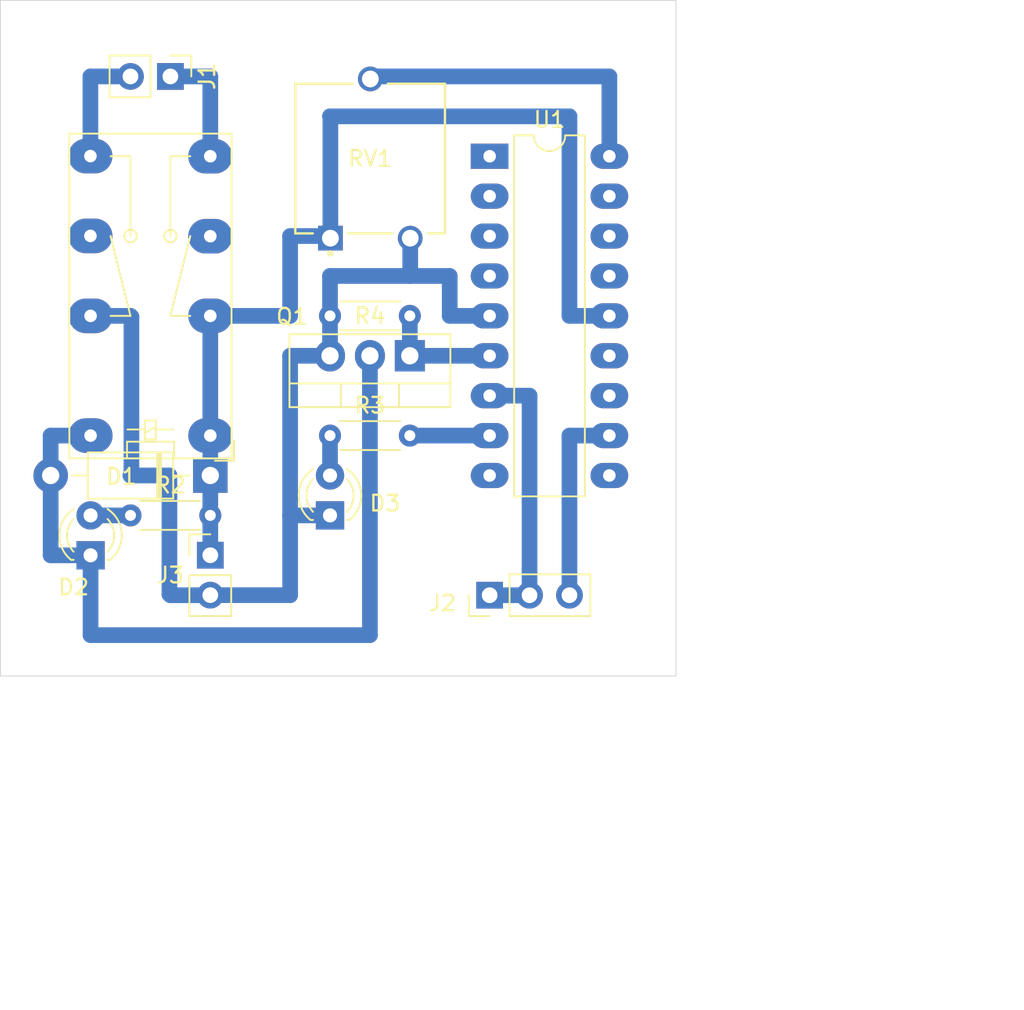
<source format=kicad_pcb>
(kicad_pcb (version 20240108) (generator "pcbnew") (generator_version "8.0")
  (layers (0 "F.Cu" signal) (31 "B.Cu" signal) (34 "B.Paste" user) (35 "F.Paste" user) (36 "B.SilkS" user "B.Silkscreen") (37 "F.SilkS" user "F.Silkscreen") (38 "B.Mask" user) (39 "F.Mask" user) (44 "Edge.Cuts" user))
  (net 0 "")
  (net 1 "+5V")
  (net 2 "Net-(D1-A)")
  (net 3 "Net-(D2-A)")
  (net 4 "GND")
  (net 5 "Net-(D3-A)")
  (net 6 "Net-(J1-Pin_1)")
  (net 7 "Net-(J1-Pin_2)")
  (net 8 "Net-(J2-Pin_1)")
  (net 9 "Net-(J2-Pin_3)")
  (net 10 "Net-(Q1-G)")
  (net 11 "Net-(U1-RB2{slash}TX{slash}CK)")
  (net 25 "Net-(U1-AN1{slash}RA1)")
  (footprint "Resistor_THT:R_Axial_DIN0204_L3.6mm_D1.6mm_P5.08mm_Horizontal" (layer "F.Cu") (at 99.06 68.58 180)
    (property "Reference" "R4" (at 2.54 0 360) (layer "F.SilkS"))
    (property "Value" "1k")
    (fp_line (start 0.62 0.92) (end 4.46 0.92) (stroke (width 0.12)) (layer "F.SilkS"))
    (fp_line (start 0.62 -0.92) (end 4.46 -0.92) (stroke (width 0.12)) (layer "F.SilkS"))
    (pad "1" thru_hole circle (at 0 0 180) (size 1.4 1.4) (drill 0.7) (layers "*.Cu" "*.Mask") (net 10 "Net-(Q1-G)"))
    (pad "2" thru_hole oval (at 5.08 0 180) (size 1.4 1.4) (drill 0.7) (layers "*.Cu" "*.Mask") (net 4 "GND"))
  )
  (footprint "z_Switches:Relay_HUI-KE" (layer "F.Cu") (at 86.36 76.2 180)
    (property "Reference" "U2" (hide yes))
    (property "Value" "Relay_SW_HUI-KE")
    (fp_line (start 8.97 19.22) (end 8.97 -1.45) (stroke (width 0.12)) (layer "F.SilkS"))
    (fp_line (start 8.97 -1.45) (end -1.35 -1.45) (stroke (width 0.12)) (layer "F.SilkS"))
    (fp_line (start 6.35 17.78) (end 5.08 17.78) (stroke (width 0.12)) (layer "F.SilkS"))
    (fp_line (start 6.35 7.62) (end 5.08 7.62) (stroke (width 0.12)) (layer "F.SilkS"))
    (fp_line (start 5.3 -0.39) (end 5.3 -1.45) (stroke (width 0.12)) (layer "F.SilkS"))
    (fp_line (start 5.08 17.78) (end 5.08 12.7) (stroke (width 0.12)) (layer "F.SilkS"))
    (fp_line (start 5.08 7.62) (end 6.35 12.7) (stroke (width 0.12)) (layer "F.SilkS"))
    (fp_line (start 4.17 0.96) (end 4.17 -0.24) (stroke (width 0.12)) (layer "F.SilkS"))
    (fp_line (start 4.17 0.39) (end 5.27 0.39) (stroke (width 0.12)) (layer "F.SilkS"))
    (fp_line (start 4.17 -0.24) (end 3.47 -0.24) (stroke (width 0.12)) (layer "F.SilkS"))
    (fp_line (start 3.47 0.96) (end 4.17 0.96) (stroke (width 0.12)) (layer "F.SilkS"))
    (fp_line (start 3.47 0.56) (end 4.17 0.16) (stroke (width 0.12)) (layer "F.SilkS"))
    (fp_line (start 3.47 0.39) (end 2.37 0.39) (stroke (width 0.12)) (layer "F.SilkS"))
    (fp_line (start 3.47 -0.24) (end 3.47 0.96) (stroke (width 0.12)) (layer "F.SilkS"))
    (fp_line (start 2.54 17.78) (end 2.54 12.7) (stroke (width 0.12)) (layer "F.SilkS"))
    (fp_line (start 2.54 7.62) (end 1.27 12.7) (stroke (width 0.12)) (layer "F.SilkS"))
    (fp_line (start 2.3 -0.39) (end 5.3 -0.39) (stroke (width 0.12)) (layer "F.SilkS"))
    (fp_line (start 2.3 -1.45) (end 2.3 -0.41) (stroke (width 0.12)) (layer "F.SilkS"))
    (fp_line (start 1.27 17.78) (end 2.54 17.78) (stroke (width 0.12)) (layer "F.SilkS"))
    (fp_line (start 1.27 7.62) (end 2.54 7.62) (stroke (width 0.12)) (layer "F.SilkS"))
    (fp_line (start -1.35 19.22) (end 8.97 19.22) (stroke (width 0.12)) (layer "F.SilkS"))
    (fp_line (start -1.35 -1.45) (end -1.35 19.22) (stroke (width 0.12)) (layer "F.SilkS"))
    (fp_line (start -1.51 -0.3) (end -1.51 -1.6) (stroke (width 0.12)) (layer "F.SilkS"))
    (fp_line (start -1.51 -1.6) (end -0.3 -1.6) (stroke (width 0.12)) (layer "F.SilkS"))
    (fp_circle (center 5.08 12.7) (end 5.420848 12.487383) (stroke (width 0.12)) (fill none) (layer "F.SilkS"))
    (fp_circle (center 2.54 12.7) (end 2.898362 12.872763) (stroke (width 0.12)) (fill none) (layer "F.SilkS"))
    (pad "1" thru_hole oval (at 0 0 180) (size 2.8 2.2) (drill 0.8) (layers "*.Cu") (net 1 "+5V"))
    (pad "2" thru_hole oval (at 0 7.62 180) (size 2.8 2.2) (drill 0.8) (layers "*.Cu") (net 1 "+5V"))
    (pad "3" thru_hole oval (at 0 12.69 180) (size 2.8 2.2) (drill 0.8) (layers "*.Cu"))
    (pad "4" thru_hole oval (at 0 17.78 180) (size 2.8 2.2) (drill 0.8) (layers "*.Cu") (net 6 "Net-(J1-Pin_1)"))
    (pad "5" thru_hole oval (at 7.63 17.79 180) (size 2.8 2.2) (drill 0.8) (layers "*.Cu") (net 7 "Net-(J1-Pin_2)"))
    (pad "6" thru_hole oval (at 7.63 12.71 180) (size 2.8 2.2) (drill 0.8) (layers "*.Cu"))
    (pad "7" thru_hole oval (at 7.62 7.62 180) (size 2.8 2.2) (drill 0.8) (layers "*.Cu") (net 4 "GND"))
    (pad "8" thru_hole oval (at 7.62 0 180) (size 2.8 2.2) (drill 0.8) (layers "*.Cu") (net 2 "Net-(D1-A)"))
  )
  (footprint "Resistor_THT:R_Axial_DIN0204_L3.6mm_D1.6mm_P5.08mm_Horizontal" (layer "F.Cu") (at 81.28 81.28)
    (property "Reference" "R2" (at 2.54 -1.92 0) (layer "F.SilkS"))
    (property "Value" "470")
    (fp_line (start 0.62 -0.92) (end 4.46 -0.92) (stroke (width 0.12)) (layer "F.SilkS"))
    (fp_line (start 0.62 0.92) (end 4.46 0.92) (stroke (width 0.12)) (layer "F.SilkS"))
    (pad "1" thru_hole circle (at 0 0) (size 1.4 1.4) (drill 0.7) (layers "*.Cu" "*.Mask") (net 3 "Net-(D2-A)"))
    (pad "2" thru_hole oval (at 5.08 0) (size 1.4 1.4) (drill 0.7) (layers "*.Cu" "*.Mask") (net 1 "+5V"))
  )
  (footprint "z_custom:POT_3386G" (layer "F.Cu") (at 99.06 53.8048)
    (property "Reference" "RV1" (at -2.5273 4.7625 0) (layer "F.SilkS"))
    (property "Value" "Delay")
    (fp_line (start -7.2898 0) (end -7.2898 9.525) (stroke (width 0.1524)) (layer "F.SilkS"))
    (fp_line (start -7.2898 9.525) (end -6.17474 9.525) (stroke (width 0.1524)) (layer "F.SilkS"))
    (fp_line (start -3.93446 9.525) (end -1.09474 9.525) (stroke (width 0.1524)) (layer "F.SilkS"))
    (fp_line (start -3.63474 0) (end -7.2898 0) (stroke (width 0.1524)) (layer "F.SilkS"))
    (fp_line (start 1.14554 9.525) (end 2.2352 9.525) (stroke (width 0.1524)) (layer "F.SilkS"))
    (fp_line (start 2.2352 0) (end -1.39446 0) (stroke (width 0.1524)) (layer "F.SilkS"))
    (fp_line (start 2.2352 9.525) (end 2.2352 0) (stroke (width 0.1524)) (layer "F.SilkS"))
    (fp_circle (center -5.0546 10.795) (end -4.9276 10.795) (stroke (width 0.1524)) (fill none) (layer "F.SilkS"))
    (pad "1" thru_hole rect (at -5.0546 9.8298) (size 1.5748 1.5748) (drill 1.0668) (layers "*.Cu" "*.Mask") (net 1 "+5V"))
    (pad "2" thru_hole circle (at -2.5146 -0.3048) (size 1.5748 1.5748) (drill 1.0668) (layers "*.Cu" "*.Mask") (net 25 "Net-(U1-AN1{slash}RA1)"))
    (pad "3" thru_hole circle (at 0.0254 9.8298) (size 1.5748 1.5748) (drill 1.0668) (layers "*.Cu" "*.Mask") (net 4 "GND"))
  )
  (footprint "Connector_PinHeader_2.54mm:PinHeader_1x03_P2.54mm_Vertical" (layer "F.Cu") (at 104.14 86.36 90)
    (property "Reference" "J2" (at -0.5 -3 0) (layer "F.SilkS"))
    (property "Value" "PowerLoss / PiRunning")
    (fp_line (start -1.33 -1.33) (end 0 -1.33) (stroke (width 0.12)) (layer "F.SilkS"))
    (fp_line (start -1.33 0) (end -1.33 -1.33) (stroke (width 0.12)) (layer "F.SilkS"))
    (fp_line (start 1.33 1.27) (end 1.33 6.41) (stroke (width 0.12)) (layer "F.SilkS"))
    (fp_line (start -1.33 1.27) (end 1.33 1.27) (stroke (width 0.12)) (layer "F.SilkS"))
    (fp_line (start -1.33 1.27) (end -1.33 6.41) (stroke (width 0.12)) (layer "F.SilkS"))
    (fp_line (start -1.33 6.41) (end 1.33 6.41) (stroke (width 0.12)) (layer "F.SilkS"))
    (pad "1" thru_hole rect (at 0 0 90) (size 1.7 1.7) (drill 1) (layers "*.Cu" "*.Mask") (net 8 "Net-(J2-Pin_1)"))
    (pad "2" thru_hole oval (at 0 2.54 90) (size 1.7 1.7) (drill 1) (layers "*.Cu" "*.Mask") (net 8 "Net-(J2-Pin_1)"))
    (pad "3" thru_hole oval (at 0 5.08 90) (size 1.7 1.7) (drill 1) (layers "*.Cu" "*.Mask") (net 9 "Net-(J2-Pin_3)"))
  )
  (footprint "Connector_PinHeader_2.54mm:PinHeader_1x02_P2.54mm_Vertical" (layer "F.Cu") (at 86.36 83.815)
    (property "Reference" "J3" (at -2.54 1.27 180) (layer "F.SilkS"))
    (property "Value" "PowerInput")
    (fp_line (start -1.33 -1.33) (end 0 -1.33) (stroke (width 0.12)) (layer "F.SilkS"))
    (fp_line (start -1.33 0) (end -1.33 -1.33) (stroke (width 0.12)) (layer "F.SilkS"))
    (fp_line (start -1.33 1.27) (end -1.33 3.87) (stroke (width 0.12)) (layer "F.SilkS"))
    (fp_line (start -1.33 1.27) (end 1.33 1.27) (stroke (width 0.12)) (layer "F.SilkS"))
    (fp_line (start -1.33 3.87) (end 1.33 3.87) (stroke (width 0.12)) (layer "F.SilkS"))
    (fp_line (start 1.33 1.27) (end 1.33 3.87) (stroke (width 0.12)) (layer "F.SilkS"))
    (pad "1" thru_hole rect (at 0 0) (size 1.7 1.7) (drill 1) (layers "*.Cu" "*.Mask") (net 1 "+5V"))
    (pad "2" thru_hole oval (at 0 2.54) (size 1.7 1.7) (drill 1) (layers "*.Cu" "*.Mask") (net 4 "GND"))
  )
  (footprint "Package_DIP:DIP-18_W7.62mm_LongPads" (layer "F.Cu") (at 104.14 58.42)
    (property "Reference" "U1" (at 3.81 -2.33 0) (layer "F.SilkS"))
    (property "Value" "PIC16F628A-IP")
    (fp_line (start 1.56 -1.33) (end 1.56 21.65) (stroke (width 0.12)) (layer "F.SilkS"))
    (fp_line (start 1.56 21.65) (end 6.06 21.65) (stroke (width 0.12)) (layer "F.SilkS"))
    (fp_line (start 2.81 -1.33) (end 1.56 -1.33) (stroke (width 0.12)) (layer "F.SilkS"))
    (fp_line (start 6.06 -1.33) (end 4.81 -1.33) (stroke (width 0.12)) (layer "F.SilkS"))
    (fp_line (start 6.06 21.65) (end 6.06 -1.33) (stroke (width 0.12)) (layer "F.SilkS"))
    (fp_arc (start 4.81 -1.33) (mid 3.81 -0.33) (end 2.81 -1.33) (stroke (width 0.12)) (layer "F.SilkS"))
    (pad "1" thru_hole rect (at 0 0) (size 2.4 1.6) (drill 0.8) (layers "*.Cu" "*.Mask"))
    (pad "2" thru_hole oval (at 0 2.54) (size 2.4 1.6) (drill 0.8) (layers "*.Cu" "*.Mask"))
    (pad "3" thru_hole oval (at 0 5.08) (size 2.4 1.6) (drill 0.8) (layers "*.Cu" "*.Mask"))
    (pad "4" thru_hole oval (at 0 7.62) (size 2.4 1.6) (drill 0.8) (layers "*.Cu" "*.Mask"))
    (pad "5" thru_hole oval (at 0 10.16) (size 2.4 1.6) (drill 0.8) (layers "*.Cu" "*.Mask") (net 4 "GND"))
    (pad "6" thru_hole oval (at 0 12.7) (size 2.4 1.6) (drill 0.8) (layers "*.Cu" "*.Mask") (net 10 "Net-(Q1-G)"))
    (pad "7" thru_hole oval (at 0 15.24) (size 2.4 1.6) (drill 0.8) (layers "*.Cu" "*.Mask") (net 8 "Net-(J2-Pin_1)"))
    (pad "8" thru_hole oval (at 0 17.78) (size 2.4 1.6) (drill 0.8) (layers "*.Cu" "*.Mask") (net 11 "Net-(U1-RB2{slash}TX{slash}CK)"))
    (pad "9" thru_hole oval (at 0 20.32) (size 2.4 1.6) (drill 0.8) (layers "*.Cu" "*.Mask"))
    (pad "10" thru_hole oval (at 7.62 20.32) (size 2.4 1.6) (drill 0.8) (layers "*.Cu" "*.Mask"))
    (pad "11" thru_hole oval (at 7.62 17.78) (size 2.4 1.6) (drill 0.8) (layers "*.Cu" "*.Mask") (net 9 "Net-(J2-Pin_3)"))
    (pad "12" thru_hole oval (at 7.62 15.24) (size 2.4 1.6) (drill 0.8) (layers "*.Cu" "*.Mask"))
    (pad "13" thru_hole oval (at 7.62 12.7) (size 2.4 1.6) (drill 0.8) (layers "*.Cu" "*.Mask"))
    (pad "14" thru_hole oval (at 7.62 10.16) (size 2.4 1.6) (drill 0.8) (layers "*.Cu" "*.Mask") (net 1 "+5V"))
    (pad "15" thru_hole oval (at 7.62 7.62) (size 2.4 1.6) (drill 0.8) (layers "*.Cu" "*.Mask"))
    (pad "16" thru_hole oval (at 7.62 5.08) (size 2.4 1.6) (drill 0.8) (layers "*.Cu" "*.Mask"))
    (pad "17" thru_hole oval (at 7.62 2.54) (size 2.4 1.6) (drill 0.8) (layers "*.Cu" "*.Mask"))
    (pad "18" thru_hole oval (at 7.62 0) (size 2.4 1.6) (drill 0.8) (layers "*.Cu" "*.Mask") (net 25 "Net-(U1-AN1{slash}RA1)"))
  )
  (footprint "LED_THT:LED_D3.0mm_Clear" (layer "F.Cu") (at 78.74 83.82 90)
    (property "Reference" "D2" (at -2.025 -1.0775 180) (layer "F.SilkS"))
    (property "Value" "Power")
    (fp_line (start -0.29 -1.236) (end -0.29 -1.08) (stroke (width 0.12)) (layer "F.SilkS"))
    (fp_line (start -0.29 1.08) (end -0.29 1.236) (stroke (width 0.12)) (layer "F.SilkS"))
    (fp_arc (start -0.29 -1.235516) (mid 1.365624 -1.987701) (end 2.941397 -1.080061) (stroke (width 0.12)) (layer "F.SilkS"))
    (fp_arc (start 0.229039 -1.08) (mid 1.269965 -1.5) (end 2.31091 -1.080049) (stroke (width 0.12)) (layer "F.SilkS"))
    (fp_arc (start 2.31091 1.080049) (mid 1.269965 1.5) (end 0.229039 1.08) (stroke (width 0.12)) (layer "F.SilkS"))
    (fp_arc (start 2.941397 1.080061) (mid 1.365624 1.987701) (end -0.29 1.235516) (stroke (width 0.12)) (layer "F.SilkS"))
    (pad "1" thru_hole rect (at 0 0 90) (size 1.8 1.8) (drill 0.9) (layers "*.Cu" "*.Mask") (net 2 "Net-(D1-A)"))
    (pad "2" thru_hole circle (at 2.54 0 90) (size 1.8 1.8) (drill 0.9) (layers "*.Cu" "*.Mask") (net 3 "Net-(D2-A)"))
  )
  (footprint "Connector_PinHeader_2.54mm:PinHeader_1x02_P2.54mm_Vertical" (layer "F.Cu") (at 83.82 53.34 -90)
    (property "Reference" "J1" (at 0 -2.33 90) (layer "F.SilkS"))
    (property "Value" "PiPower")
    (fp_line (start -1.33 3.87) (end 1.33 3.87) (stroke (width 0.12)) (layer "F.SilkS"))
    (fp_line (start -1.33 1.27) (end -1.33 3.87) (stroke (width 0.12)) (layer "F.SilkS"))
    (fp_line (start -1.33 1.27) (end 1.33 1.27) (stroke (width 0.12)) (layer "F.SilkS"))
    (fp_line (start 1.33 1.27) (end 1.33 3.87) (stroke (width 0.12)) (layer "F.SilkS"))
    (fp_line (start -1.33 0) (end -1.33 -1.33) (stroke (width 0.12)) (layer "F.SilkS"))
    (fp_line (start -1.33 -1.33) (end 0 -1.33) (stroke (width 0.12)) (layer "F.SilkS"))
    (pad "1" thru_hole rect (at 0 0 270) (size 1.7 1.7) (drill 1) (layers "*.Cu" "*.Mask") (net 6 "Net-(J1-Pin_1)"))
    (pad "2" thru_hole oval (at 0 2.54 270) (size 1.7 1.7) (drill 1) (layers "*.Cu" "*.Mask") (net 7 "Net-(J1-Pin_2)"))
  )
  (footprint "Package_TO_SOT_THT:TO-220-3_Vertical" (layer "F.Cu") (at 99.06 71.12 180)
    (property "Reference" "Q1" (at 7.5 2.5 0) (layer "F.SilkS"))
    (property "Value" "FQP50N06")
    (fp_line (start 7.66 -3.27) (end 7.66 1.371) (stroke (width 0.12)) (layer "F.SilkS"))
    (fp_line (start 4.391 -3.27) (end 4.391 -1.76) (stroke (width 0.12)) (layer "F.SilkS"))
    (fp_line (start 0.69 -3.27) (end 0.69 -1.76) (stroke (width 0.12)) (layer "F.SilkS"))
    (fp_line (start -2.58 1.371) (end 7.66 1.371) (stroke (width 0.12)) (layer "F.SilkS"))
    (fp_line (start -2.58 -1.76) (end 7.66 -1.76) (stroke (width 0.12)) (layer "F.SilkS"))
    (fp_line (start -2.58 -3.27) (end 7.66 -3.27) (stroke (width 0.12)) (layer "F.SilkS"))
    (fp_line (start -2.58 -3.27) (end -2.58 1.371) (stroke (width 0.12)) (layer "F.SilkS"))
    (pad "1" thru_hole rect (at 0 0 180) (size 1.905 2) (drill 1.1) (layers "*.Cu" "*.Mask") (net 10 "Net-(Q1-G)"))
    (pad "2" thru_hole oval (at 2.54 0 180) (size 1.905 2) (drill 1.1) (layers "*.Cu" "*.Mask") (net 2 "Net-(D1-A)"))
    (pad "3" thru_hole oval (at 5.08 0 180) (size 1.905 2) (drill 1.1) (layers "*.Cu" "*.Mask") (net 4 "GND"))
  )
  (footprint "Resistor_THT:R_Axial_DIN0204_L3.6mm_D1.6mm_P5.08mm_Horizontal" (layer "F.Cu") (at 93.98 76.2)
    (property "Reference" "R3" (at 2.54 -1.92 0) (layer "F.SilkS"))
    (property "Value" "470")
    (fp_line (start 0.62 -0.92) (end 4.46 -0.92) (stroke (width 0.12)) (layer "F.SilkS"))
    (fp_line (start 0.62 0.92) (end 4.46 0.92) (stroke (width 0.12)) (layer "F.SilkS"))
    (pad "1" thru_hole circle (at 0 0) (size 1.4 1.4) (drill 0.7) (layers "*.Cu" "*.Mask") (net 5 "Net-(D3-A)"))
    (pad "2" thru_hole oval (at 5.08 0) (size 1.4 1.4) (drill 0.7) (layers "*.Cu" "*.Mask") (net 11 "Net-(U1-RB2{slash}TX{slash}CK)"))
  )
  (footprint "Diode_THT:D_DO-41_SOD81_P10.16mm_Horizontal" (layer "F.Cu") (at 86.36 78.74 180)
    (property "Reference" "D1" (at 5.6575 -0.065 0) (layer "F.SilkS"))
    (property "Value" "1N4007")
    (fp_line (start 8.82 0) (end 7.8 0) (stroke (width 0.12)) (layer "F.SilkS"))
    (fp_line (start 7.8 1.47) (end 7.8 -1.47) (stroke (width 0.12)) (layer "F.SilkS"))
    (fp_line (start 7.8 -1.47) (end 2.36 -1.47) (stroke (width 0.12)) (layer "F.SilkS"))
    (fp_line (start 3.38 -1.47) (end 3.38 1.47) (stroke (width 0.12)) (layer "F.SilkS"))
    (fp_line (start 3.26 -1.47) (end 3.26 1.47) (stroke (width 0.12)) (layer "F.SilkS"))
    (fp_line (start 3.14 -1.47) (end 3.14 1.47) (stroke (width 0.12)) (layer "F.SilkS"))
    (fp_line (start 2.36 1.47) (end 7.8 1.47) (stroke (width 0.12)) (layer "F.SilkS"))
    (fp_line (start 2.36 -1.47) (end 2.36 1.47) (stroke (width 0.12)) (layer "F.SilkS"))
    (fp_line (start 1.34 0) (end 2.36 0) (stroke (width 0.12)) (layer "F.SilkS"))
    (pad "1" thru_hole rect (at 0 0 180) (size 2.2 2.2) (drill 1.1) (layers "*.Cu" "*.Mask") (net 1 "+5V"))
    (pad "2" thru_hole oval (at 10.16 0 180) (size 2.2 2.2) (drill 1.1) (layers "*.Cu" "*.Mask") (net 2 "Net-(D1-A)"))
  )
  (footprint "LED_THT:LED_D3.0mm_Clear" (layer "F.Cu") (at 93.98 81.28 90)
    (property "Reference" "D3" (at 0.77 3.5 180) (layer "F.SilkS"))
    (property "Value" "Timer")
    (fp_line (start -0.29 -1.236) (end -0.29 -1.08) (stroke (width 0.12)) (layer "F.SilkS"))
    (fp_line (start -0.29 1.08) (end -0.29 1.236) (stroke (width 0.12)) (layer "F.SilkS"))
    (fp_arc (start -0.29 -1.235516) (mid 1.365624 -1.987701) (end 2.941397 -1.080061) (stroke (width 0.12)) (layer "F.SilkS"))
    (fp_arc (start 0.229039 -1.08) (mid 1.269965 -1.5) (end 2.31091 -1.080049) (stroke (width 0.12)) (layer "F.SilkS"))
    (fp_arc (start 2.31091 1.080049) (mid 1.269965 1.5) (end 0.229039 1.08) (stroke (width 0.12)) (layer "F.SilkS"))
    (fp_arc (start 2.941397 1.080061) (mid 1.365624 1.987701) (end -0.29 1.235516) (stroke (width 0.12)) (layer "F.SilkS"))
    (pad "1" thru_hole rect (at 0 0 90) (size 1.8 1.8) (drill 0.9) (layers "*.Cu" "*.Mask") (net 4 "GND"))
    (pad "2" thru_hole circle (at 2.54 0 90) (size 1.8 1.8) (drill 0.9) (layers "*.Cu" "*.Mask") (net 5 "Net-(D3-A)"))
  )
  (gr_rect (start 73 48.5) (end 116 91.5) (stroke (width 0.05)) (fill none) (layer "Edge.Cuts"))
  (segment (start 109.22 68.58) (end 111.76 68.58) (width 1) (layer "B.Cu") (net 1))
  (segment (start 86.36 78.74) (end 86.36 81.28) (width 1) (layer "B.Cu") (net 1))
  (segment (start 93.98 55.88) (end 109.22 55.88) (width 1) (layer "B.Cu") (net 1))
  (segment (start 94.0054 63.6346) (end 94.0054 55.9054) (width 1) (layer "B.Cu") (net 1))
  (segment (start 86.36 68.58) (end 91.44 68.58) (width 1) (layer "B.Cu") (net 1))
  (segment (start 86.36 83.815) (end 86.36 81.28) (width 1) (layer "B.Cu") (net 1))
  (segment (start 93.8708 63.5) (end 94.0054 63.6346) (width 1) (layer "B.Cu") (net 1))
  (segment (start 94.0054 55.9054) (end 93.98 55.88) (width 1) (layer "B.Cu") (net 1))
  (segment (start 109.22 55.88) (end 109.22 68.58) (width 1) (layer "B.Cu") (net 1))
  (segment (start 86.36 78.74) (end 86.36 68.58) (width 1) (layer "B.Cu") (net 1))
  (segment (start 91.44 63.5) (end 93.8708 63.5) (width 1) (layer "B.Cu") (net 1))
  (segment (start 91.44 68.58) (end 91.44 63.5) (width 1) (layer "B.Cu") (net 1))
  (segment (start 76.2 83.82) (end 76.2 78.74) (width 1) (layer "B.Cu") (net 2))
  (segment (start 96.52 71.12) (end 96.52 88.9) (width 1) (layer "B.Cu") (net 2))
  (segment (start 78.74 88.9) (end 78.74 83.82) (width 1) (layer "B.Cu") (net 2))
  (segment (start 76.2 78.74) (end 76.2 76.2) (width 1) (layer "B.Cu") (net 2))
  (segment (start 76.2 76.2) (end 78.74 76.2) (width 1) (layer "B.Cu") (net 2))
  (segment (start 78.74 88.9) (end 96.52 88.9) (width 1) (layer "B.Cu") (net 2))
  (segment (start 78.74 83.82) (end 76.2 83.82) (width 1) (layer "B.Cu") (net 2))
  (segment (start 81.28 81.28) (end 78.74 81.28) (width 1) (layer "B.Cu") (net 3))
  (segment (start 91.44 71.12) (end 93.98 71.12) (width 1) (layer "B.Cu") (net 4))
  (segment (start 81.28 78.74) (end 83.76 78.74) (width 1) (layer "B.Cu") (net 4))
  (segment (start 93.98 71.12) (end 93.98 68.58) (width 1) (layer "B.Cu") (net 4))
  (segment (start 83.76 78.74) (end 83.76 86.3) (width 1) (layer "B.Cu") (net 4))
  (segment (start 91.44 86.36) (end 91.435 86.355) (width 1) (layer "B.Cu") (net 4))
  (segment (start 83.76 86.3) (end 83.82 86.36) (width 1) (layer "B.Cu") (net 4))
  (segment (start 91.44 81.28) (end 91.44 86.36) (width 1) (layer "B.Cu") (net 4))
  (segment (start 93.98 81.28) (end 91.44 81.28) (width 1) (layer "B.Cu") (net 4))
  (segment (start 91.44 81.28) (end 91.44 71.12) (width 1) (layer "B.Cu") (net 4))
  (segment (start 81.28 68.58) (end 81.34 68.64) (width 1) (layer "B.Cu") (net 4))
  (segment (start 91.435 86.355) (end 86.36 86.355) (width 1) (layer "B.Cu") (net 4))
  (segment (start 83.82 86.36) (end 86.365 86.36) (width 1) (layer "B.Cu") (net 4))
  (segment (start 101.6 68.58) (end 104.14 68.58) (width 1) (layer "B.Cu") (net 4))
  (segment (start 93.98 66.04) (end 99.06 66.04) (width 1) (layer "B.Cu") (net 4))
  (segment (start 101.6 66.04) (end 101.6 68.58) (width 1) (layer "B.Cu") (net 4))
  (segment (start 99.06 66.04) (end 101.6 66.04) (width 1) (layer "B.Cu") (net 4))
  (segment (start 93.98 68.58) (end 93.98 66.04) (width 1) (layer "B.Cu") (net 4))
  (segment (start 81.34 68.64) (end 81.34 78.68) (width 1) (layer "B.Cu") (net 4))
  (segment (start 78.74 68.58) (end 81.28 68.58) (width 1) (layer "B.Cu") (net 4))
  (segment (start 99.0854 66.0146) (end 99.06 66.04) (width 1) (layer "B.Cu") (net 4))
  (segment (start 81.34 78.68) (end 81.28 78.74) (width 1) (layer "B.Cu") (net 4))
  (segment (start 99.0854 63.6346) (end 99.0854 66.0146) (width 1) (layer "B.Cu") (net 4))
  (segment (start 93.98 76.2) (end 93.98 78.74) (width 1) (layer "B.Cu") (net 5))
  (segment (start 86.36 53.34) (end 86.36 58.42) (width 1) (layer "B.Cu") (net 6))
  (segment (start 83.82 53.34) (end 86.36 53.34) (width 1) (layer "B.Cu") (net 6))
  (segment (start 78.74 53.34) (end 78.73 53.35) (width 1) (layer "B.Cu") (net 7))
  (segment (start 81.28 53.34) (end 78.74 53.34) (width 1) (layer "B.Cu") (net 7))
  (segment (start 78.73 53.35) (end 78.73 58.41) (width 1) (layer "B.Cu") (net 7))
  (segment (start 104.14 86.36) (end 106.68 86.36) (width 1) (layer "B.Cu") (net 8))
  (segment (start 106.68 86.36) (end 106.68 73.66) (width 1) (layer "B.Cu") (net 8))
  (segment (start 106.68 73.66) (end 104.14 73.66) (width 1) (layer "B.Cu") (net 8))
  (segment (start 109.22 76.2) (end 111.76 76.2) (width 1) (layer "B.Cu") (net 9))
  (segment (start 109.22 86.36) (end 109.22 76.2) (width 1) (layer "B.Cu") (net 9))
  (segment (start 99.06 68.58) (end 99.06 71.12) (width 1) (layer "B.Cu") (net 10))
  (segment (start 99.06 71.12) (end 104.14 71.12) (width 1) (layer "B.Cu") (net 10))
  (segment (start 99.0854 68.5546) (end 99.06 68.58) (width 1) (layer "B.Cu") (net 10))
  (segment (start 99.06 76.2) (end 104.14 76.2) (width 1) (layer "B.Cu") (net 11))
  (segment (start 96.7054 53.34) (end 96.5454 53.5) (width 1) (layer "B.Cu") (net 25))
  (segment (start 111.76 58.42) (end 111.76 53.34) (width 1) (layer "B.Cu") (net 25))
  (segment (start 111.76 53.34) (end 96.7054 53.34) (width 1) (layer "B.Cu") (net 25))
)
</source>
